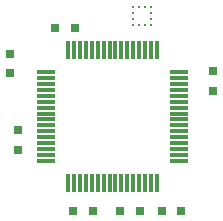
<source format=gtp>
%TF.GenerationSoftware,KiCad,Pcbnew,8.0.3*%
%TF.CreationDate,2024-11-23T22:21:16-05:00*%
%TF.ProjectId,MH24BN0001_hw,4d483234-424e-4303-9030-315f68772e6b,rev?*%
%TF.SameCoordinates,Original*%
%TF.FileFunction,Paste,Top*%
%TF.FilePolarity,Positive*%
%FSLAX46Y46*%
G04 Gerber Fmt 4.6, Leading zero omitted, Abs format (unit mm)*
G04 Created by KiCad (PCBNEW 8.0.3) date 2024-11-23 22:21:16*
%MOMM*%
%LPD*%
G01*
G04 APERTURE LIST*
%ADD10R,0.655600X0.800000*%
%ADD11R,1.600000X0.300000*%
%ADD12R,0.300000X1.600000*%
%ADD13R,0.800000X0.655600*%
%ADD14R,0.279400X0.254000*%
%ADD15R,0.254000X0.279400*%
G04 APERTURE END LIST*
D10*
%TO.C,C2*%
X57327800Y-50000000D03*
X55672200Y-50000000D03*
%TD*%
D11*
%TO.C,U1*%
X45900000Y-38250000D03*
X45900000Y-38750000D03*
X45900000Y-39250000D03*
X45900000Y-39750000D03*
X45900000Y-40250000D03*
X45900000Y-40750000D03*
X45900000Y-41250000D03*
X45900000Y-41750000D03*
X45900000Y-42250000D03*
X45900000Y-42750000D03*
X45900000Y-43250000D03*
X45900000Y-43750000D03*
X45900000Y-44250000D03*
X45900000Y-44750000D03*
X45900000Y-45250000D03*
X45900000Y-45750000D03*
D12*
X47750000Y-47600000D03*
X48250000Y-47600000D03*
X48750000Y-47600000D03*
X49250000Y-47600000D03*
X49750000Y-47600000D03*
X50250000Y-47600000D03*
X50750000Y-47600000D03*
X51250000Y-47600000D03*
X51750000Y-47600000D03*
X52250000Y-47600000D03*
X52750000Y-47600000D03*
X53250000Y-47600000D03*
X53750000Y-47600000D03*
X54250000Y-47600000D03*
X54750000Y-47600000D03*
X55250000Y-47600000D03*
D11*
X57100000Y-45750000D03*
X57100000Y-45250000D03*
X57100000Y-44750000D03*
X57100000Y-44250000D03*
X57100000Y-43750000D03*
X57100000Y-43250000D03*
X57100000Y-42750000D03*
X57100000Y-42250000D03*
X57100000Y-41750000D03*
X57100000Y-41250000D03*
X57100000Y-40750000D03*
X57100000Y-40250000D03*
X57100000Y-39750000D03*
X57100000Y-39250000D03*
X57100000Y-38750000D03*
X57100000Y-38250000D03*
D12*
X55250000Y-36400000D03*
X54750000Y-36400000D03*
X54250000Y-36400000D03*
X53750000Y-36400000D03*
X53250000Y-36400000D03*
X52750000Y-36400000D03*
X52250000Y-36400000D03*
X51750000Y-36400000D03*
X51250000Y-36400000D03*
X50750000Y-36400000D03*
X50250000Y-36400000D03*
X49750000Y-36400000D03*
X49250000Y-36400000D03*
X48750000Y-36400000D03*
X48250000Y-36400000D03*
X47750000Y-36400000D03*
%TD*%
D13*
%TO.C,C6*%
X42827800Y-38327800D03*
X42827800Y-36672200D03*
%TD*%
D10*
%TO.C,C7*%
X52172200Y-50000000D03*
X53827800Y-50000000D03*
%TD*%
%TO.C,C4*%
X46672200Y-34500000D03*
X48327800Y-34500000D03*
%TD*%
%TO.C,C1*%
X49827800Y-50000000D03*
X48172200Y-50000000D03*
%TD*%
D13*
%TO.C,C3*%
X60000000Y-38172200D03*
X60000000Y-39827800D03*
%TD*%
%TO.C,C5*%
X43500000Y-44827800D03*
X43500000Y-43172200D03*
%TD*%
D14*
%TO.C,U2*%
X54762000Y-34250001D03*
X54762000Y-33750000D03*
X54762000Y-33250000D03*
X54762000Y-32749999D03*
D15*
X54250000Y-32738000D03*
X53750000Y-32738000D03*
D14*
X53238000Y-32749999D03*
X53238000Y-33250000D03*
X53238000Y-33750000D03*
X53238000Y-34250001D03*
D15*
X53750000Y-34262000D03*
X54250000Y-34262000D03*
%TD*%
M02*

</source>
